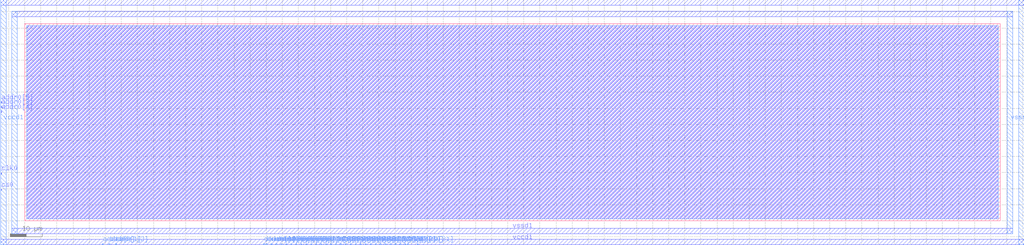
<source format=lef>
VERSION 5.4 ;
NAMESCASESENSITIVE ON ;
BUSBITCHARS "[]" ;
DIVIDERCHAR "/" ;
UNITS
  DATABASE MICRONS 1000 ;
END UNITS
MACRO sky130_rom_krom
   CLASS BLOCK ;
   SIZE 302.89 BY 61.28 ;
   SYMMETRY X Y R90 ;
   PIN clk0
      DIRECTION INPUT ;
      PORT
         LAYER met3 ;
         RECT  -7.48 14.51 -7.1 14.89 ;
      END
   END clk0
   PIN cs0
      DIRECTION INPUT ;
      PORT
         LAYER met3 ;
         RECT  -7.48 9.475 -7.1 9.855 ;
      END
   END cs0
   PIN addr0[0]
      DIRECTION INPUT ;
      PORT
         LAYER met4 ;
         RECT  24.07 -7.48 24.45 -7.1 ;
      END
   END addr0[0]
   PIN addr0[1]
      DIRECTION INPUT ;
      PORT
         LAYER met4 ;
         RECT  26.11 -7.48 26.49 -7.1 ;
      END
   END addr0[1]
   PIN addr0[2]
      DIRECTION INPUT ;
      PORT
         LAYER met4 ;
         RECT  28.15 -7.48 28.53 -7.1 ;
      END
   END addr0[2]
   PIN addr0[3]
      DIRECTION INPUT ;
      PORT
         LAYER met3 ;
         RECT  -7.48 35.19 -7.1 35.57 ;
      END
   END addr0[3]
   PIN addr0[4]
      DIRECTION INPUT ;
      PORT
         LAYER met3 ;
         RECT  -7.48 33.72 -7.1 34.1 ;
      END
   END addr0[4]
   PIN addr0[5]
      DIRECTION INPUT ;
      PORT
         LAYER met3 ;
         RECT  -7.48 36.675 -7.1 37.055 ;
      END
   END addr0[5]
   PIN dout0[0]
      DIRECTION OUTPUT ;
      PORT
         LAYER met4 ;
         RECT  74.1 -7.48 74.48 -7.1 ;
      END
   END dout0[0]
   PIN dout0[1]
      DIRECTION OUTPUT ;
      PORT
         LAYER met4 ;
         RECT  74.895 -7.48 75.275 -7.1 ;
      END
   END dout0[1]
   PIN dout0[2]
      DIRECTION OUTPUT ;
      PORT
         LAYER met4 ;
         RECT  76.435 -7.48 76.815 -7.1 ;
      END
   END dout0[2]
   PIN dout0[3]
      DIRECTION OUTPUT ;
      PORT
         LAYER met4 ;
         RECT  77.975 -7.48 78.355 -7.1 ;
      END
   END dout0[3]
   PIN dout0[4]
      DIRECTION OUTPUT ;
      PORT
         LAYER met4 ;
         RECT  79.515 -7.48 79.895 -7.1 ;
      END
   END dout0[4]
   PIN dout0[5]
      DIRECTION OUTPUT ;
      PORT
         LAYER met4 ;
         RECT  81.055 -7.48 81.435 -7.1 ;
      END
   END dout0[5]
   PIN dout0[6]
      DIRECTION OUTPUT ;
      PORT
         LAYER met4 ;
         RECT  82.595 -7.48 82.975 -7.1 ;
      END
   END dout0[6]
   PIN dout0[7]
      DIRECTION OUTPUT ;
      PORT
         LAYER met4 ;
         RECT  84.135 -7.48 84.515 -7.1 ;
      END
   END dout0[7]
   PIN dout0[8]
      DIRECTION OUTPUT ;
      PORT
         LAYER met4 ;
         RECT  85.675 -7.48 86.055 -7.1 ;
      END
   END dout0[8]
   PIN dout0[9]
      DIRECTION OUTPUT ;
      PORT
         LAYER met4 ;
         RECT  87.215 -7.48 87.595 -7.1 ;
      END
   END dout0[9]
   PIN dout0[10]
      DIRECTION OUTPUT ;
      PORT
         LAYER met4 ;
         RECT  88.755 -7.48 89.135 -7.1 ;
      END
   END dout0[10]
   PIN dout0[11]
      DIRECTION OUTPUT ;
      PORT
         LAYER met4 ;
         RECT  90.295 -7.48 90.675 -7.1 ;
      END
   END dout0[11]
   PIN dout0[12]
      DIRECTION OUTPUT ;
      PORT
         LAYER met4 ;
         RECT  91.835 -7.48 92.215 -7.1 ;
      END
   END dout0[12]
   PIN dout0[13]
      DIRECTION OUTPUT ;
      PORT
         LAYER met4 ;
         RECT  93.375 -7.48 93.755 -7.1 ;
      END
   END dout0[13]
   PIN dout0[14]
      DIRECTION OUTPUT ;
      PORT
         LAYER met4 ;
         RECT  94.915 -7.48 95.295 -7.1 ;
      END
   END dout0[14]
   PIN dout0[15]
      DIRECTION OUTPUT ;
      PORT
         LAYER met4 ;
         RECT  96.455 -7.48 96.835 -7.1 ;
      END
   END dout0[15]
   PIN dout0[16]
      DIRECTION OUTPUT ;
      PORT
         LAYER met4 ;
         RECT  97.995 -7.48 98.375 -7.1 ;
      END
   END dout0[16]
   PIN dout0[17]
      DIRECTION OUTPUT ;
      PORT
         LAYER met4 ;
         RECT  99.535 -7.48 99.915 -7.1 ;
      END
   END dout0[17]
   PIN dout0[18]
      DIRECTION OUTPUT ;
      PORT
         LAYER met4 ;
         RECT  101.075 -7.48 101.455 -7.1 ;
      END
   END dout0[18]
   PIN dout0[19]
      DIRECTION OUTPUT ;
      PORT
         LAYER met4 ;
         RECT  102.615 -7.48 102.995 -7.1 ;
      END
   END dout0[19]
   PIN dout0[20]
      DIRECTION OUTPUT ;
      PORT
         LAYER met4 ;
         RECT  104.155 -7.48 104.535 -7.1 ;
      END
   END dout0[20]
   PIN dout0[21]
      DIRECTION OUTPUT ;
      PORT
         LAYER met4 ;
         RECT  105.695 -7.48 106.075 -7.1 ;
      END
   END dout0[21]
   PIN dout0[22]
      DIRECTION OUTPUT ;
      PORT
         LAYER met4 ;
         RECT  107.235 -7.48 107.615 -7.1 ;
      END
   END dout0[22]
   PIN dout0[23]
      DIRECTION OUTPUT ;
      PORT
         LAYER met4 ;
         RECT  108.775 -7.48 109.155 -7.1 ;
      END
   END dout0[23]
   PIN dout0[24]
      DIRECTION OUTPUT ;
      PORT
         LAYER met4 ;
         RECT  110.315 -7.48 110.695 -7.1 ;
      END
   END dout0[24]
   PIN dout0[25]
      DIRECTION OUTPUT ;
      PORT
         LAYER met4 ;
         RECT  111.855 -7.48 112.235 -7.1 ;
      END
   END dout0[25]
   PIN dout0[26]
      DIRECTION OUTPUT ;
      PORT
         LAYER met4 ;
         RECT  113.395 -7.48 113.775 -7.1 ;
      END
   END dout0[26]
   PIN dout0[27]
      DIRECTION OUTPUT ;
      PORT
         LAYER met4 ;
         RECT  114.935 -7.48 115.315 -7.1 ;
      END
   END dout0[27]
   PIN dout0[28]
      DIRECTION OUTPUT ;
      PORT
         LAYER met4 ;
         RECT  116.475 -7.48 116.855 -7.1 ;
      END
   END dout0[28]
   PIN dout0[29]
      DIRECTION OUTPUT ;
      PORT
         LAYER met4 ;
         RECT  118.015 -7.48 118.395 -7.1 ;
      END
   END dout0[29]
   PIN dout0[30]
      DIRECTION OUTPUT ;
      PORT
         LAYER met4 ;
         RECT  118.81 -7.48 119.19 -7.1 ;
      END
   END dout0[30]
   PIN dout0[31]
      DIRECTION OUTPUT ;
      PORT
         LAYER met4 ;
         RECT  121.84 -7.48 122.22 -7.1 ;
      END
   END dout0[31]
   PIN vccd1
      DIRECTION INOUT ;
      USE POWER ; 
      SHAPE ABUTMENT ; 
      PORT
         LAYER met4 ;
         RECT  308.63 -7.48 310.37 68.76 ;
         LAYER met3 ;
         RECT  -7.48 67.02 310.37 68.76 ;
         LAYER met3 ;
         RECT  -7.48 -7.48 310.37 -5.74 ;
         LAYER met4 ;
         RECT  -7.48 -7.48 -5.74 68.76 ;
      END
   END vccd1
   PIN vssd1
      DIRECTION INOUT ;
      USE GROUND ; 
      SHAPE ABUTMENT ; 
      PORT
         LAYER met4 ;
         RECT  -4.0 -4.0 -2.26 65.28 ;
         LAYER met3 ;
         RECT  -4.0 63.54 306.89 65.28 ;
         LAYER met3 ;
         RECT  -4.0 -4.0 306.89 -2.26 ;
         LAYER met4 ;
         RECT  305.15 -4.0 306.89 65.28 ;
      END
   END vssd1
   OBS
   LAYER  met1 ;
      RECT  0.62 0.62 302.27 60.66 ;
   LAYER  met2 ;
      RECT  0.62 0.62 302.27 60.66 ;
   LAYER  met3 ;
      RECT  0.62 0.62 302.27 60.66 ;
   LAYER  met4 ;
      RECT  0.62 0.62 302.27 60.66 ;
   END
END    sky130_rom_krom
END    LIBRARY

</source>
